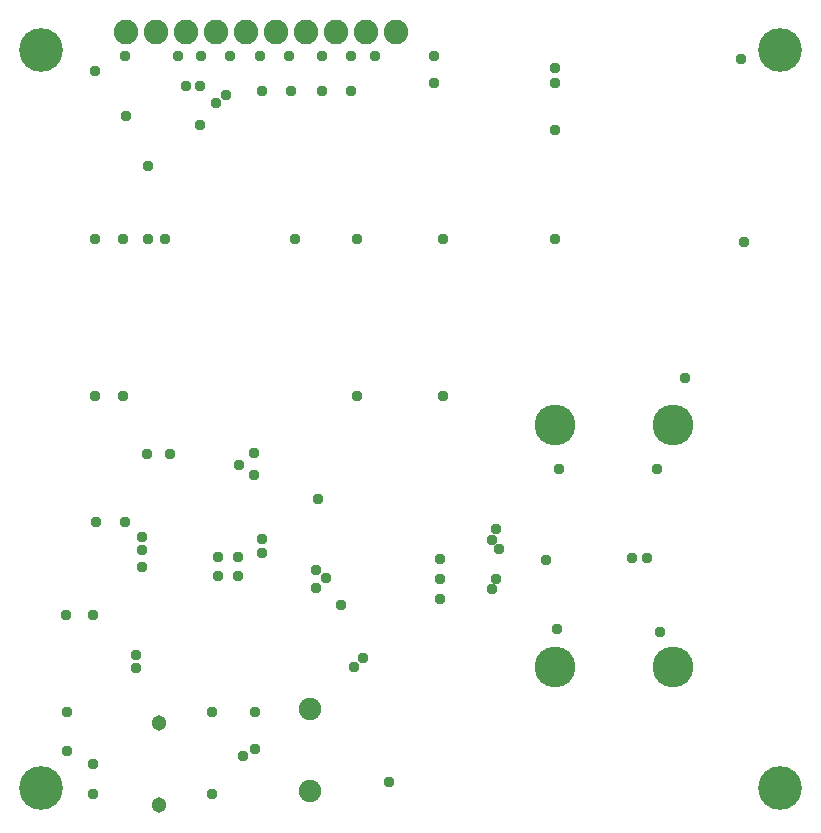
<source format=gbr>
G04 EAGLE Gerber RS-274X export*
G75*
%MOMM*%
%FSLAX34Y34*%
%LPD*%
%INSoldermask Bottom*%
%IPPOS*%
%AMOC8*
5,1,8,0,0,1.08239X$1,22.5*%
G01*
%ADD10C,3.703200*%
%ADD11C,3.453200*%
%ADD12C,2.082800*%
%ADD13C,1.903200*%
%ADD14C,1.303200*%
%ADD15C,0.959600*%


D10*
X37500Y662500D03*
X662500Y662500D03*
X662500Y37500D03*
X37500Y37500D03*
D11*
X472500Y140000D03*
X572500Y140000D03*
X572500Y345000D03*
X472500Y345000D03*
D12*
X108900Y678000D03*
X134300Y678000D03*
X159700Y678000D03*
X185100Y678000D03*
X210500Y678000D03*
X235900Y678000D03*
X261300Y678000D03*
X286700Y678000D03*
X312100Y678000D03*
X337500Y678000D03*
D13*
X265000Y35000D03*
X265000Y105000D03*
D14*
X137000Y23000D03*
X137000Y93000D03*
D15*
X117500Y150000D03*
X204500Y311000D03*
X472500Y647500D03*
X425000Y240000D03*
X537500Y232500D03*
X82500Y645000D03*
X82500Y502500D03*
X82500Y370000D03*
X84000Y263000D03*
X582500Y385000D03*
X632500Y500000D03*
X630000Y655000D03*
X108500Y657500D03*
X172500Y657500D03*
X197500Y657500D03*
X222500Y657500D03*
X247500Y657500D03*
X275000Y657500D03*
X300000Y657500D03*
X375000Y215000D03*
X375000Y231500D03*
X476000Y307500D03*
X375000Y198000D03*
X377500Y502500D03*
X377500Y370000D03*
X370000Y657500D03*
X472000Y502500D03*
X472000Y595000D03*
X474000Y172000D03*
X561000Y170000D03*
X550000Y232500D03*
X558500Y307500D03*
X305000Y502500D03*
X305000Y370000D03*
X252500Y502500D03*
X142500Y502500D03*
X127500Y502500D03*
X153000Y657500D03*
X275000Y627500D03*
X300000Y627500D03*
X249000Y627500D03*
X224000Y627500D03*
X172000Y599500D03*
X127500Y564500D03*
X126500Y320500D03*
X146500Y320500D03*
X217500Y321500D03*
X271500Y282500D03*
X291500Y192500D03*
X218500Y102500D03*
X181500Y102500D03*
X59500Y102500D03*
X181500Y32500D03*
X81500Y32500D03*
X331500Y42500D03*
X320000Y657500D03*
X465000Y231000D03*
X81500Y58500D03*
X81500Y184500D03*
X58500Y184500D03*
X59500Y69500D03*
X217500Y302500D03*
X187000Y217000D03*
X204000Y217000D03*
X204000Y233000D03*
X187000Y233000D03*
X108000Y263000D03*
X106500Y370000D03*
X106500Y502500D03*
X109500Y607000D03*
X370000Y634500D03*
X172000Y632500D03*
X194000Y624500D03*
X472000Y634500D03*
X123000Y250000D03*
X117500Y139500D03*
X310000Y147500D03*
X218500Y70500D03*
X278500Y215500D03*
X419000Y248000D03*
X419000Y206000D03*
X224500Y248500D03*
X185000Y617500D03*
X122500Y224500D03*
X302000Y140000D03*
X122500Y239500D03*
X208000Y65000D03*
X422500Y215000D03*
X270000Y207500D03*
X224500Y237000D03*
X160000Y632500D03*
X422000Y257000D03*
X270000Y222500D03*
M02*

</source>
